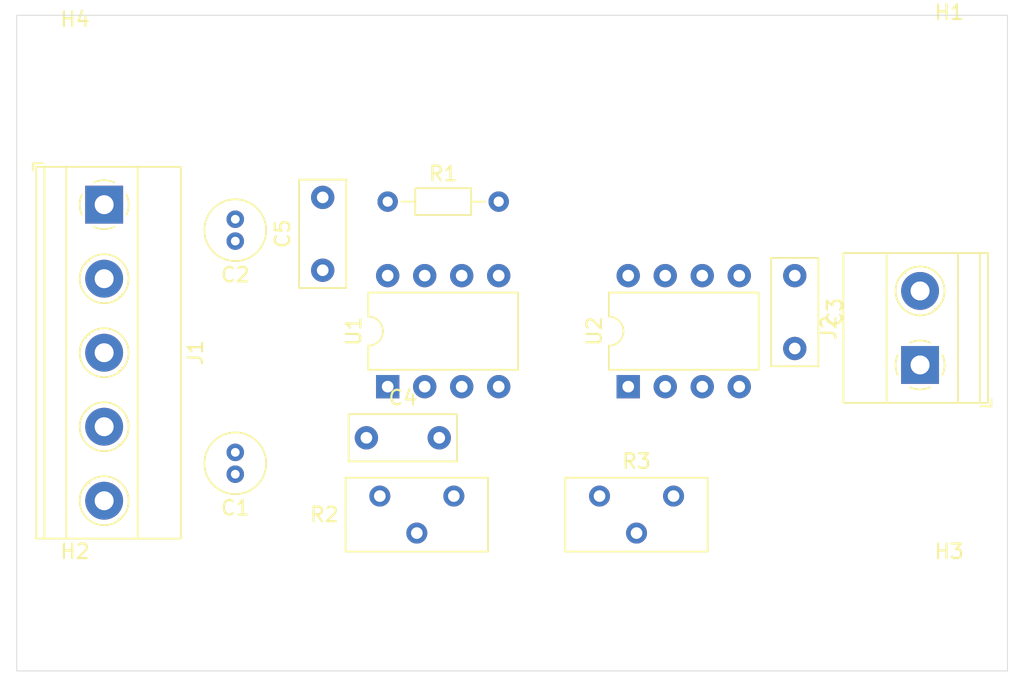
<source format=kicad_pcb>
(kicad_pcb (version 20171130) (host pcbnew "(5.1.9)-1")

  (general
    (thickness 1.6)
    (drawings 5)
    (tracks 0)
    (zones 0)
    (modules 16)
    (nets 1)
  )

  (page A4)
  (layers
    (0 F.Cu signal)
    (31 B.Cu signal)
    (32 B.Adhes user)
    (33 F.Adhes user)
    (34 B.Paste user)
    (35 F.Paste user)
    (36 B.SilkS user)
    (37 F.SilkS user)
    (38 B.Mask user)
    (39 F.Mask user)
    (40 Dwgs.User user)
    (41 Cmts.User user)
    (42 Eco1.User user)
    (43 Eco2.User user)
    (44 Edge.Cuts user)
    (45 Margin user)
    (46 B.CrtYd user)
    (47 F.CrtYd user)
    (48 B.Fab user)
    (49 F.Fab user)
  )

  (setup
    (last_trace_width 0.25)
    (trace_clearance 0.2)
    (zone_clearance 0.508)
    (zone_45_only no)
    (trace_min 0.2)
    (via_size 0.8)
    (via_drill 0.4)
    (via_min_size 0.4)
    (via_min_drill 0.3)
    (uvia_size 0.3)
    (uvia_drill 0.1)
    (uvias_allowed no)
    (uvia_min_size 0.2)
    (uvia_min_drill 0.1)
    (edge_width 0.05)
    (segment_width 0.2)
    (pcb_text_width 0.3)
    (pcb_text_size 1.5 1.5)
    (mod_edge_width 0.12)
    (mod_text_size 1 1)
    (mod_text_width 0.15)
    (pad_size 1.524 1.524)
    (pad_drill 0.762)
    (pad_to_mask_clearance 0)
    (aux_axis_origin 0 0)
    (visible_elements 7FFFFFFF)
    (pcbplotparams
      (layerselection 0x010fc_ffffffff)
      (usegerberextensions false)
      (usegerberattributes true)
      (usegerberadvancedattributes true)
      (creategerberjobfile true)
      (excludeedgelayer true)
      (linewidth 0.100000)
      (plotframeref false)
      (viasonmask false)
      (mode 1)
      (useauxorigin false)
      (hpglpennumber 1)
      (hpglpenspeed 20)
      (hpglpendiameter 15.000000)
      (psnegative false)
      (psa4output false)
      (plotreference true)
      (plotvalue true)
      (plotinvisibletext false)
      (padsonsilk false)
      (subtractmaskfromsilk false)
      (outputformat 1)
      (mirror false)
      (drillshape 1)
      (scaleselection 1)
      (outputdirectory ""))
  )

  (net 0 "")

  (net_class Default "This is the default net class."
    (clearance 0.2)
    (trace_width 0.25)
    (via_dia 0.8)
    (via_drill 0.4)
    (uvia_dia 0.3)
    (uvia_drill 0.1)
  )

  (module Capacitor_THT:C_Radial_D4.0mm_H7.0mm_P1.50mm (layer F.Cu) (tedit 5BC5C9B9) (tstamp 60107802)
    (at 118 124 270)
    (descr "C, Radial series, Radial, pin pitch=1.50mm, diameter=4mm, height=7mm, Non-Polar Electrolytic Capacitor")
    (tags "C Radial series Radial pin pitch 1.50mm diameter 4mm height 7mm Non-Polar Electrolytic Capacitor")
    (path /60103092)
    (fp_text reference C1 (at 3.81 0 180) (layer F.SilkS)
      (effects (font (size 1 1) (thickness 0.15)))
    )
    (fp_text value CP (at 0.75 3.25 90) (layer F.Fab)
      (effects (font (size 1 1) (thickness 0.15)))
    )
    (fp_circle (center 0.75 0) (end 3 0) (layer F.CrtYd) (width 0.05))
    (fp_circle (center 0.75 0) (end 2.87 0) (layer F.SilkS) (width 0.12))
    (fp_circle (center 0.75 0) (end 2.75 0) (layer F.Fab) (width 0.1))
    (fp_text user %R (at 0.75 0 90) (layer F.Fab)
      (effects (font (size 0.8 0.8) (thickness 0.12)))
    )
    (pad 2 thru_hole circle (at 1.5 0 270) (size 1.2 1.2) (drill 0.6) (layers *.Cu *.Mask))
    (pad 1 thru_hole circle (at 0 0 270) (size 1.2 1.2) (drill 0.6) (layers *.Cu *.Mask))
    (model ${KISYS3DMOD}/Capacitor_THT.3dshapes/C_Radial_D4.0mm_H7.0mm_P1.50mm.wrl
      (at (xyz 0 0 0))
      (scale (xyz 1 1 1))
      (rotate (xyz 0 0 0))
    )
  )

  (module Capacitor_THT:C_Radial_D4.0mm_H7.0mm_P1.50mm (layer F.Cu) (tedit 5BC5C9B9) (tstamp 6010780C)
    (at 118 108 270)
    (descr "C, Radial series, Radial, pin pitch=1.50mm, diameter=4mm, height=7mm, Non-Polar Electrolytic Capacitor")
    (tags "C Radial series Radial pin pitch 1.50mm diameter 4mm height 7mm Non-Polar Electrolytic Capacitor")
    (path /6010292E)
    (fp_text reference C2 (at 3.81 0 180) (layer F.SilkS)
      (effects (font (size 1 1) (thickness 0.15)))
    )
    (fp_text value CP (at 0.75 3.25 90) (layer F.Fab)
      (effects (font (size 1 1) (thickness 0.15)))
    )
    (fp_circle (center 0.75 0) (end 2.75 0) (layer F.Fab) (width 0.1))
    (fp_circle (center 0.75 0) (end 2.87 0) (layer F.SilkS) (width 0.12))
    (fp_circle (center 0.75 0) (end 3 0) (layer F.CrtYd) (width 0.05))
    (fp_text user %R (at 0.75 0 90) (layer F.Fab)
      (effects (font (size 0.8 0.8) (thickness 0.12)))
    )
    (pad 1 thru_hole circle (at 0 0 270) (size 1.2 1.2) (drill 0.6) (layers *.Cu *.Mask))
    (pad 2 thru_hole circle (at 1.5 0 270) (size 1.2 1.2) (drill 0.6) (layers *.Cu *.Mask))
    (model ${KISYS3DMOD}/Capacitor_THT.3dshapes/C_Radial_D4.0mm_H7.0mm_P1.50mm.wrl
      (at (xyz 0 0 0))
      (scale (xyz 1 1 1))
      (rotate (xyz 0 0 0))
    )
  )

  (module Resistor_THT:R_Axial_DIN0204_L3.6mm_D1.6mm_P7.62mm_Horizontal (layer F.Cu) (tedit 5AE5139B) (tstamp 601078B1)
    (at 128.46 106.79)
    (descr "Resistor, Axial_DIN0204 series, Axial, Horizontal, pin pitch=7.62mm, 0.167W, length*diameter=3.6*1.6mm^2, http://cdn-reichelt.de/documents/datenblatt/B400/1_4W%23YAG.pdf")
    (tags "Resistor Axial_DIN0204 series Axial Horizontal pin pitch 7.62mm 0.167W length 3.6mm diameter 1.6mm")
    (path /6010A1D5)
    (fp_text reference R1 (at 3.81 -1.92) (layer F.SilkS)
      (effects (font (size 1 1) (thickness 0.15)))
    )
    (fp_text value R (at 3.81 1.92) (layer F.Fab)
      (effects (font (size 1 1) (thickness 0.15)))
    )
    (fp_line (start 2.01 -0.8) (end 2.01 0.8) (layer F.Fab) (width 0.1))
    (fp_line (start 2.01 0.8) (end 5.61 0.8) (layer F.Fab) (width 0.1))
    (fp_line (start 5.61 0.8) (end 5.61 -0.8) (layer F.Fab) (width 0.1))
    (fp_line (start 5.61 -0.8) (end 2.01 -0.8) (layer F.Fab) (width 0.1))
    (fp_line (start 0 0) (end 2.01 0) (layer F.Fab) (width 0.1))
    (fp_line (start 7.62 0) (end 5.61 0) (layer F.Fab) (width 0.1))
    (fp_line (start 1.89 -0.92) (end 1.89 0.92) (layer F.SilkS) (width 0.12))
    (fp_line (start 1.89 0.92) (end 5.73 0.92) (layer F.SilkS) (width 0.12))
    (fp_line (start 5.73 0.92) (end 5.73 -0.92) (layer F.SilkS) (width 0.12))
    (fp_line (start 5.73 -0.92) (end 1.89 -0.92) (layer F.SilkS) (width 0.12))
    (fp_line (start 0.94 0) (end 1.89 0) (layer F.SilkS) (width 0.12))
    (fp_line (start 6.68 0) (end 5.73 0) (layer F.SilkS) (width 0.12))
    (fp_line (start -0.95 -1.05) (end -0.95 1.05) (layer F.CrtYd) (width 0.05))
    (fp_line (start -0.95 1.05) (end 8.57 1.05) (layer F.CrtYd) (width 0.05))
    (fp_line (start 8.57 1.05) (end 8.57 -1.05) (layer F.CrtYd) (width 0.05))
    (fp_line (start 8.57 -1.05) (end -0.95 -1.05) (layer F.CrtYd) (width 0.05))
    (fp_text user %R (at 3.81 0) (layer F.Fab)
      (effects (font (size 0.72 0.72) (thickness 0.108)))
    )
    (pad 1 thru_hole circle (at 0 0) (size 1.4 1.4) (drill 0.7) (layers *.Cu *.Mask))
    (pad 2 thru_hole oval (at 7.62 0) (size 1.4 1.4) (drill 0.7) (layers *.Cu *.Mask))
    (model ${KISYS3DMOD}/Resistor_THT.3dshapes/R_Axial_DIN0204_L3.6mm_D1.6mm_P7.62mm_Horizontal.wrl
      (at (xyz 0 0 0))
      (scale (xyz 1 1 1))
      (rotate (xyz 0 0 0))
    )
  )

  (module Potentiometer_THT:Potentiometer_Bourns_3296Y_Vertical (layer F.Cu) (tedit 5A3D4994) (tstamp 601078C8)
    (at 133 127)
    (descr "Potentiometer, vertical, Bourns 3296Y, https://www.bourns.com/pdfs/3296.pdf")
    (tags "Potentiometer vertical Bourns 3296Y")
    (path /6010634C)
    (fp_text reference R2 (at -8.89 1.27) (layer F.SilkS)
      (effects (font (size 1 1) (thickness 0.15)))
    )
    (fp_text value R_POT_US (at -2.54 4.94) (layer F.Fab)
      (effects (font (size 1 1) (thickness 0.15)))
    )
    (fp_line (start 2.5 -1.4) (end -7.6 -1.4) (layer F.CrtYd) (width 0.05))
    (fp_line (start 2.5 3.95) (end 2.5 -1.4) (layer F.CrtYd) (width 0.05))
    (fp_line (start -7.6 3.95) (end 2.5 3.95) (layer F.CrtYd) (width 0.05))
    (fp_line (start -7.6 -1.4) (end -7.6 3.95) (layer F.CrtYd) (width 0.05))
    (fp_line (start 2.345 -1.26) (end 2.345 3.81) (layer F.SilkS) (width 0.12))
    (fp_line (start -7.425 -1.26) (end -7.425 3.81) (layer F.SilkS) (width 0.12))
    (fp_line (start -7.425 3.81) (end 2.345 3.81) (layer F.SilkS) (width 0.12))
    (fp_line (start -7.425 -1.26) (end 2.345 -1.26) (layer F.SilkS) (width 0.12))
    (fp_line (start 0.955 3.505) (end 0.956 1.336) (layer F.Fab) (width 0.1))
    (fp_line (start 0.955 3.505) (end 0.956 1.336) (layer F.Fab) (width 0.1))
    (fp_line (start 2.225 -1.14) (end -7.305 -1.14) (layer F.Fab) (width 0.1))
    (fp_line (start 2.225 3.69) (end 2.225 -1.14) (layer F.Fab) (width 0.1))
    (fp_line (start -7.305 3.69) (end 2.225 3.69) (layer F.Fab) (width 0.1))
    (fp_line (start -7.305 -1.14) (end -7.305 3.69) (layer F.Fab) (width 0.1))
    (fp_circle (center 0.955 2.42) (end 2.05 2.42) (layer F.Fab) (width 0.1))
    (fp_text user %R (at -3.175 1.275) (layer F.Fab)
      (effects (font (size 1 1) (thickness 0.15)))
    )
    (pad 3 thru_hole circle (at -5.08 0) (size 1.44 1.44) (drill 0.8) (layers *.Cu *.Mask))
    (pad 2 thru_hole circle (at -2.54 2.54) (size 1.44 1.44) (drill 0.8) (layers *.Cu *.Mask))
    (pad 1 thru_hole circle (at 0 0) (size 1.44 1.44) (drill 0.8) (layers *.Cu *.Mask))
    (model ${KISYS3DMOD}/Potentiometer_THT.3dshapes/Potentiometer_Bourns_3296Y_Vertical.wrl
      (at (xyz 0 0 0))
      (scale (xyz 1 1 1))
      (rotate (xyz 0 0 0))
    )
  )

  (module Potentiometer_THT:Potentiometer_Bourns_3296Y_Vertical (layer F.Cu) (tedit 5A3D4994) (tstamp 6018513C)
    (at 148.08 127)
    (descr "Potentiometer, vertical, Bourns 3296Y, https://www.bourns.com/pdfs/3296.pdf")
    (tags "Potentiometer vertical Bourns 3296Y")
    (path /60103940)
    (fp_text reference R3 (at -2.54 -2.39) (layer F.SilkS)
      (effects (font (size 1 1) (thickness 0.15)))
    )
    (fp_text value R_POT_US (at -2.54 4.94) (layer F.Fab)
      (effects (font (size 1 1) (thickness 0.15)))
    )
    (fp_circle (center 0.955 2.42) (end 2.05 2.42) (layer F.Fab) (width 0.1))
    (fp_line (start -7.305 -1.14) (end -7.305 3.69) (layer F.Fab) (width 0.1))
    (fp_line (start -7.305 3.69) (end 2.225 3.69) (layer F.Fab) (width 0.1))
    (fp_line (start 2.225 3.69) (end 2.225 -1.14) (layer F.Fab) (width 0.1))
    (fp_line (start 2.225 -1.14) (end -7.305 -1.14) (layer F.Fab) (width 0.1))
    (fp_line (start 0.955 3.505) (end 0.956 1.336) (layer F.Fab) (width 0.1))
    (fp_line (start 0.955 3.505) (end 0.956 1.336) (layer F.Fab) (width 0.1))
    (fp_line (start -7.425 -1.26) (end 2.345 -1.26) (layer F.SilkS) (width 0.12))
    (fp_line (start -7.425 3.81) (end 2.345 3.81) (layer F.SilkS) (width 0.12))
    (fp_line (start -7.425 -1.26) (end -7.425 3.81) (layer F.SilkS) (width 0.12))
    (fp_line (start 2.345 -1.26) (end 2.345 3.81) (layer F.SilkS) (width 0.12))
    (fp_line (start -7.6 -1.4) (end -7.6 3.95) (layer F.CrtYd) (width 0.05))
    (fp_line (start -7.6 3.95) (end 2.5 3.95) (layer F.CrtYd) (width 0.05))
    (fp_line (start 2.5 3.95) (end 2.5 -1.4) (layer F.CrtYd) (width 0.05))
    (fp_line (start 2.5 -1.4) (end -7.6 -1.4) (layer F.CrtYd) (width 0.05))
    (fp_text user %R (at -3.175 1.275) (layer F.Fab)
      (effects (font (size 1 1) (thickness 0.15)))
    )
    (pad 1 thru_hole circle (at 0 0) (size 1.44 1.44) (drill 0.8) (layers *.Cu *.Mask))
    (pad 2 thru_hole circle (at -2.54 2.54) (size 1.44 1.44) (drill 0.8) (layers *.Cu *.Mask))
    (pad 3 thru_hole circle (at -5.08 0) (size 1.44 1.44) (drill 0.8) (layers *.Cu *.Mask))
    (model ${KISYS3DMOD}/Potentiometer_THT.3dshapes/Potentiometer_Bourns_3296Y_Vertical.wrl
      (at (xyz 0 0 0))
      (scale (xyz 1 1 1))
      (rotate (xyz 0 0 0))
    )
  )

  (module Package_DIP:DIP-8_W7.62mm (layer F.Cu) (tedit 5A02E8C5) (tstamp 601078FB)
    (at 128.46 119.49 90)
    (descr "8-lead though-hole mounted DIP package, row spacing 7.62 mm (300 mils)")
    (tags "THT DIP DIL PDIP 2.54mm 7.62mm 300mil")
    (path /60104583)
    (fp_text reference U1 (at 3.81 -2.33 90) (layer F.SilkS)
      (effects (font (size 1 1) (thickness 0.15)))
    )
    (fp_text value LF398_DIP8 (at 3.81 9.95 90) (layer F.Fab)
      (effects (font (size 1 1) (thickness 0.15)))
    )
    (fp_line (start 1.635 -1.27) (end 6.985 -1.27) (layer F.Fab) (width 0.1))
    (fp_line (start 6.985 -1.27) (end 6.985 8.89) (layer F.Fab) (width 0.1))
    (fp_line (start 6.985 8.89) (end 0.635 8.89) (layer F.Fab) (width 0.1))
    (fp_line (start 0.635 8.89) (end 0.635 -0.27) (layer F.Fab) (width 0.1))
    (fp_line (start 0.635 -0.27) (end 1.635 -1.27) (layer F.Fab) (width 0.1))
    (fp_line (start 2.81 -1.33) (end 1.16 -1.33) (layer F.SilkS) (width 0.12))
    (fp_line (start 1.16 -1.33) (end 1.16 8.95) (layer F.SilkS) (width 0.12))
    (fp_line (start 1.16 8.95) (end 6.46 8.95) (layer F.SilkS) (width 0.12))
    (fp_line (start 6.46 8.95) (end 6.46 -1.33) (layer F.SilkS) (width 0.12))
    (fp_line (start 6.46 -1.33) (end 4.81 -1.33) (layer F.SilkS) (width 0.12))
    (fp_line (start -1.1 -1.55) (end -1.1 9.15) (layer F.CrtYd) (width 0.05))
    (fp_line (start -1.1 9.15) (end 8.7 9.15) (layer F.CrtYd) (width 0.05))
    (fp_line (start 8.7 9.15) (end 8.7 -1.55) (layer F.CrtYd) (width 0.05))
    (fp_line (start 8.7 -1.55) (end -1.1 -1.55) (layer F.CrtYd) (width 0.05))
    (fp_arc (start 3.81 -1.33) (end 2.81 -1.33) (angle -180) (layer F.SilkS) (width 0.12))
    (fp_text user %R (at 3.81 3.81 90) (layer F.Fab)
      (effects (font (size 1 1) (thickness 0.15)))
    )
    (pad 1 thru_hole rect (at 0 0 90) (size 1.6 1.6) (drill 0.8) (layers *.Cu *.Mask))
    (pad 5 thru_hole oval (at 7.62 7.62 90) (size 1.6 1.6) (drill 0.8) (layers *.Cu *.Mask))
    (pad 2 thru_hole oval (at 0 2.54 90) (size 1.6 1.6) (drill 0.8) (layers *.Cu *.Mask))
    (pad 6 thru_hole oval (at 7.62 5.08 90) (size 1.6 1.6) (drill 0.8) (layers *.Cu *.Mask))
    (pad 3 thru_hole oval (at 0 5.08 90) (size 1.6 1.6) (drill 0.8) (layers *.Cu *.Mask))
    (pad 7 thru_hole oval (at 7.62 2.54 90) (size 1.6 1.6) (drill 0.8) (layers *.Cu *.Mask))
    (pad 4 thru_hole oval (at 0 7.62 90) (size 1.6 1.6) (drill 0.8) (layers *.Cu *.Mask))
    (pad 8 thru_hole oval (at 7.62 0 90) (size 1.6 1.6) (drill 0.8) (layers *.Cu *.Mask))
    (model ${KISYS3DMOD}/Package_DIP.3dshapes/DIP-8_W7.62mm.wrl
      (at (xyz 0 0 0))
      (scale (xyz 1 1 1))
      (rotate (xyz 0 0 0))
    )
  )

  (module Package_DIP:DIP-8_W7.62mm (layer F.Cu) (tedit 5A02E8C5) (tstamp 60107917)
    (at 144.97 119.49 90)
    (descr "8-lead though-hole mounted DIP package, row spacing 7.62 mm (300 mils)")
    (tags "THT DIP DIL PDIP 2.54mm 7.62mm 300mil")
    (path /60106B59)
    (fp_text reference U2 (at 3.81 -2.33 90) (layer F.SilkS)
      (effects (font (size 1 1) (thickness 0.15)))
    )
    (fp_text value LM358 (at 3.81 9.95 90) (layer F.Fab)
      (effects (font (size 1 1) (thickness 0.15)))
    )
    (fp_line (start 8.7 -1.55) (end -1.1 -1.55) (layer F.CrtYd) (width 0.05))
    (fp_line (start 8.7 9.15) (end 8.7 -1.55) (layer F.CrtYd) (width 0.05))
    (fp_line (start -1.1 9.15) (end 8.7 9.15) (layer F.CrtYd) (width 0.05))
    (fp_line (start -1.1 -1.55) (end -1.1 9.15) (layer F.CrtYd) (width 0.05))
    (fp_line (start 6.46 -1.33) (end 4.81 -1.33) (layer F.SilkS) (width 0.12))
    (fp_line (start 6.46 8.95) (end 6.46 -1.33) (layer F.SilkS) (width 0.12))
    (fp_line (start 1.16 8.95) (end 6.46 8.95) (layer F.SilkS) (width 0.12))
    (fp_line (start 1.16 -1.33) (end 1.16 8.95) (layer F.SilkS) (width 0.12))
    (fp_line (start 2.81 -1.33) (end 1.16 -1.33) (layer F.SilkS) (width 0.12))
    (fp_line (start 0.635 -0.27) (end 1.635 -1.27) (layer F.Fab) (width 0.1))
    (fp_line (start 0.635 8.89) (end 0.635 -0.27) (layer F.Fab) (width 0.1))
    (fp_line (start 6.985 8.89) (end 0.635 8.89) (layer F.Fab) (width 0.1))
    (fp_line (start 6.985 -1.27) (end 6.985 8.89) (layer F.Fab) (width 0.1))
    (fp_line (start 1.635 -1.27) (end 6.985 -1.27) (layer F.Fab) (width 0.1))
    (fp_text user %R (at 2.54 3.81 90) (layer F.Fab)
      (effects (font (size 1 1) (thickness 0.15)))
    )
    (fp_arc (start 3.81 -1.33) (end 2.81 -1.33) (angle -180) (layer F.SilkS) (width 0.12))
    (pad 8 thru_hole oval (at 7.62 0 90) (size 1.6 1.6) (drill 0.8) (layers *.Cu *.Mask))
    (pad 4 thru_hole oval (at 0 7.62 90) (size 1.6 1.6) (drill 0.8) (layers *.Cu *.Mask))
    (pad 7 thru_hole oval (at 7.62 2.54 90) (size 1.6 1.6) (drill 0.8) (layers *.Cu *.Mask))
    (pad 3 thru_hole oval (at 0 5.08 90) (size 1.6 1.6) (drill 0.8) (layers *.Cu *.Mask))
    (pad 6 thru_hole oval (at 7.62 5.08 90) (size 1.6 1.6) (drill 0.8) (layers *.Cu *.Mask))
    (pad 2 thru_hole oval (at 0 2.54 90) (size 1.6 1.6) (drill 0.8) (layers *.Cu *.Mask))
    (pad 5 thru_hole oval (at 7.62 7.62 90) (size 1.6 1.6) (drill 0.8) (layers *.Cu *.Mask))
    (pad 1 thru_hole rect (at 0 0 90) (size 1.6 1.6) (drill 0.8) (layers *.Cu *.Mask))
    (model ${KISYS3DMOD}/Package_DIP.3dshapes/DIP-8_W7.62mm.wrl
      (at (xyz 0 0 0))
      (scale (xyz 1 1 1))
      (rotate (xyz 0 0 0))
    )
  )

  (module MountingHole:MountingHole_3.2mm_M3 (layer F.Cu) (tedit 56D1B4CB) (tstamp 60184B4F)
    (at 167 98)
    (descr "Mounting Hole 3.2mm, no annular, M3")
    (tags "mounting hole 3.2mm no annular m3")
    (path /60184FDD)
    (attr virtual)
    (fp_text reference H1 (at 0 -4.2) (layer F.SilkS)
      (effects (font (size 1 1) (thickness 0.15)))
    )
    (fp_text value MountingHole (at 0 4.2) (layer F.Fab)
      (effects (font (size 1 1) (thickness 0.15)))
    )
    (fp_circle (center 0 0) (end 3.2 0) (layer Cmts.User) (width 0.15))
    (fp_circle (center 0 0) (end 3.45 0) (layer F.CrtYd) (width 0.05))
    (fp_text user %R (at 0.3 0) (layer F.Fab)
      (effects (font (size 1 1) (thickness 0.15)))
    )
    (pad 1 np_thru_hole circle (at 0 0) (size 3.2 3.2) (drill 3.2) (layers *.Cu *.Mask))
  )

  (module MountingHole:MountingHole_3.2mm_M3 (layer F.Cu) (tedit 56D1B4CB) (tstamp 60184B57)
    (at 107 135)
    (descr "Mounting Hole 3.2mm, no annular, M3")
    (tags "mounting hole 3.2mm no annular m3")
    (path /60185E7D)
    (attr virtual)
    (fp_text reference H2 (at 0 -4.2) (layer F.SilkS)
      (effects (font (size 1 1) (thickness 0.15)))
    )
    (fp_text value MountingHole (at 0 4.2) (layer F.Fab)
      (effects (font (size 1 1) (thickness 0.15)))
    )
    (fp_circle (center 0 0) (end 3.45 0) (layer F.CrtYd) (width 0.05))
    (fp_circle (center 0 0) (end 3.2 0) (layer Cmts.User) (width 0.15))
    (fp_text user %R (at 0.3 0) (layer F.Fab)
      (effects (font (size 1 1) (thickness 0.15)))
    )
    (pad 1 np_thru_hole circle (at 0 0) (size 3.2 3.2) (drill 3.2) (layers *.Cu *.Mask))
  )

  (module MountingHole:MountingHole_3.2mm_M3 (layer F.Cu) (tedit 56D1B4CB) (tstamp 60184B5F)
    (at 167 135)
    (descr "Mounting Hole 3.2mm, no annular, M3")
    (tags "mounting hole 3.2mm no annular m3")
    (path /601860DE)
    (attr virtual)
    (fp_text reference H3 (at 0 -4.2) (layer F.SilkS)
      (effects (font (size 1 1) (thickness 0.15)))
    )
    (fp_text value MountingHole (at 0 4.2) (layer F.Fab)
      (effects (font (size 1 1) (thickness 0.15)))
    )
    (fp_circle (center 0 0) (end 3.2 0) (layer Cmts.User) (width 0.15))
    (fp_circle (center 0 0) (end 3.45 0) (layer F.CrtYd) (width 0.05))
    (fp_text user %R (at 0.3 0) (layer F.Fab)
      (effects (font (size 1 1) (thickness 0.15)))
    )
    (pad 1 np_thru_hole circle (at 0 0) (size 3.2 3.2) (drill 3.2) (layers *.Cu *.Mask))
  )

  (module MountingHole:MountingHole_3.2mm_M3 (layer F.Cu) (tedit 56D1B4CB) (tstamp 60184B67)
    (at 107 98.475001)
    (descr "Mounting Hole 3.2mm, no annular, M3")
    (tags "mounting hole 3.2mm no annular m3")
    (path /60186271)
    (attr virtual)
    (fp_text reference H4 (at 0 -4.2) (layer F.SilkS)
      (effects (font (size 1 1) (thickness 0.15)))
    )
    (fp_text value MountingHole (at 0 4.2) (layer F.Fab)
      (effects (font (size 1 1) (thickness 0.15)))
    )
    (fp_circle (center 0 0) (end 3.45 0) (layer F.CrtYd) (width 0.05))
    (fp_circle (center 0 0) (end 3.2 0) (layer Cmts.User) (width 0.15))
    (fp_text user %R (at 0.3 0) (layer F.Fab)
      (effects (font (size 1 1) (thickness 0.15)))
    )
    (pad 1 np_thru_hole circle (at 0 0) (size 3.2 3.2) (drill 3.2) (layers *.Cu *.Mask))
  )

  (module TerminalBlock_Phoenix:TerminalBlock_Phoenix_MKDS-1,5-5-5.08_1x05_P5.08mm_Horizontal (layer F.Cu) (tedit 5B294EBD) (tstamp 60184BAE)
    (at 109 107 270)
    (descr "Terminal Block Phoenix MKDS-1,5-5-5.08, 5 pins, pitch 5.08mm, size 25.4x9.8mm^2, drill diamater 1.3mm, pad diameter 2.6mm, see http://www.farnell.com/datasheets/100425.pdf, script-generated using https://github.com/pointhi/kicad-footprint-generator/scripts/TerminalBlock_Phoenix")
    (tags "THT Terminal Block Phoenix MKDS-1,5-5-5.08 pitch 5.08mm size 25.4x9.8mm^2 drill 1.3mm pad 2.6mm")
    (path /60186683)
    (fp_text reference J1 (at 10.16 -6.26 90) (layer F.SilkS)
      (effects (font (size 1 1) (thickness 0.15)))
    )
    (fp_text value Screw_Terminal_01x05 (at 10.16 5.66 90) (layer F.Fab)
      (effects (font (size 1 1) (thickness 0.15)))
    )
    (fp_circle (center 0 0) (end 1.5 0) (layer F.Fab) (width 0.1))
    (fp_circle (center 5.08 0) (end 6.58 0) (layer F.Fab) (width 0.1))
    (fp_circle (center 5.08 0) (end 6.76 0) (layer F.SilkS) (width 0.12))
    (fp_circle (center 10.16 0) (end 11.66 0) (layer F.Fab) (width 0.1))
    (fp_circle (center 10.16 0) (end 11.84 0) (layer F.SilkS) (width 0.12))
    (fp_circle (center 15.24 0) (end 16.74 0) (layer F.Fab) (width 0.1))
    (fp_circle (center 15.24 0) (end 16.92 0) (layer F.SilkS) (width 0.12))
    (fp_circle (center 20.32 0) (end 21.82 0) (layer F.Fab) (width 0.1))
    (fp_circle (center 20.32 0) (end 22 0) (layer F.SilkS) (width 0.12))
    (fp_line (start -2.54 -5.2) (end 22.86 -5.2) (layer F.Fab) (width 0.1))
    (fp_line (start 22.86 -5.2) (end 22.86 4.6) (layer F.Fab) (width 0.1))
    (fp_line (start 22.86 4.6) (end -2.04 4.6) (layer F.Fab) (width 0.1))
    (fp_line (start -2.04 4.6) (end -2.54 4.1) (layer F.Fab) (width 0.1))
    (fp_line (start -2.54 4.1) (end -2.54 -5.2) (layer F.Fab) (width 0.1))
    (fp_line (start -2.54 4.1) (end 22.86 4.1) (layer F.Fab) (width 0.1))
    (fp_line (start -2.6 4.1) (end 22.92 4.1) (layer F.SilkS) (width 0.12))
    (fp_line (start -2.54 2.6) (end 22.86 2.6) (layer F.Fab) (width 0.1))
    (fp_line (start -2.6 2.6) (end 22.92 2.6) (layer F.SilkS) (width 0.12))
    (fp_line (start -2.54 -2.3) (end 22.86 -2.3) (layer F.Fab) (width 0.1))
    (fp_line (start -2.6 -2.301) (end 22.92 -2.301) (layer F.SilkS) (width 0.12))
    (fp_line (start -2.6 -5.261) (end 22.92 -5.261) (layer F.SilkS) (width 0.12))
    (fp_line (start -2.6 4.66) (end 22.92 4.66) (layer F.SilkS) (width 0.12))
    (fp_line (start -2.6 -5.261) (end -2.6 4.66) (layer F.SilkS) (width 0.12))
    (fp_line (start 22.92 -5.261) (end 22.92 4.66) (layer F.SilkS) (width 0.12))
    (fp_line (start 1.138 -0.955) (end -0.955 1.138) (layer F.Fab) (width 0.1))
    (fp_line (start 0.955 -1.138) (end -1.138 0.955) (layer F.Fab) (width 0.1))
    (fp_line (start 6.218 -0.955) (end 4.126 1.138) (layer F.Fab) (width 0.1))
    (fp_line (start 6.035 -1.138) (end 3.943 0.955) (layer F.Fab) (width 0.1))
    (fp_line (start 6.355 -1.069) (end 6.308 -1.023) (layer F.SilkS) (width 0.12))
    (fp_line (start 4.046 1.239) (end 4.011 1.274) (layer F.SilkS) (width 0.12))
    (fp_line (start 6.15 -1.275) (end 6.115 -1.239) (layer F.SilkS) (width 0.12))
    (fp_line (start 3.853 1.023) (end 3.806 1.069) (layer F.SilkS) (width 0.12))
    (fp_line (start 11.298 -0.955) (end 9.206 1.138) (layer F.Fab) (width 0.1))
    (fp_line (start 11.115 -1.138) (end 9.023 0.955) (layer F.Fab) (width 0.1))
    (fp_line (start 11.435 -1.069) (end 11.388 -1.023) (layer F.SilkS) (width 0.12))
    (fp_line (start 9.126 1.239) (end 9.091 1.274) (layer F.SilkS) (width 0.12))
    (fp_line (start 11.23 -1.275) (end 11.195 -1.239) (layer F.SilkS) (width 0.12))
    (fp_line (start 8.933 1.023) (end 8.886 1.069) (layer F.SilkS) (width 0.12))
    (fp_line (start 16.378 -0.955) (end 14.286 1.138) (layer F.Fab) (width 0.1))
    (fp_line (start 16.195 -1.138) (end 14.103 0.955) (layer F.Fab) (width 0.1))
    (fp_line (start 16.515 -1.069) (end 16.468 -1.023) (layer F.SilkS) (width 0.12))
    (fp_line (start 14.206 1.239) (end 14.171 1.274) (layer F.SilkS) (width 0.12))
    (fp_line (start 16.31 -1.275) (end 16.275 -1.239) (layer F.SilkS) (width 0.12))
    (fp_line (start 14.013 1.023) (end 13.966 1.069) (layer F.SilkS) (width 0.12))
    (fp_line (start 21.458 -0.955) (end 19.366 1.138) (layer F.Fab) (width 0.1))
    (fp_line (start 21.275 -1.138) (end 19.183 0.955) (layer F.Fab) (width 0.1))
    (fp_line (start 21.595 -1.069) (end 21.548 -1.023) (layer F.SilkS) (width 0.12))
    (fp_line (start 19.286 1.239) (end 19.251 1.274) (layer F.SilkS) (width 0.12))
    (fp_line (start 21.39 -1.275) (end 21.355 -1.239) (layer F.SilkS) (width 0.12))
    (fp_line (start 19.093 1.023) (end 19.046 1.069) (layer F.SilkS) (width 0.12))
    (fp_line (start -2.84 4.16) (end -2.84 4.9) (layer F.SilkS) (width 0.12))
    (fp_line (start -2.84 4.9) (end -2.34 4.9) (layer F.SilkS) (width 0.12))
    (fp_line (start -3.04 -5.71) (end -3.04 5.1) (layer F.CrtYd) (width 0.05))
    (fp_line (start -3.04 5.1) (end 23.36 5.1) (layer F.CrtYd) (width 0.05))
    (fp_line (start 23.36 5.1) (end 23.36 -5.71) (layer F.CrtYd) (width 0.05))
    (fp_line (start 23.36 -5.71) (end -3.04 -5.71) (layer F.CrtYd) (width 0.05))
    (fp_arc (start 0 0) (end 0 1.68) (angle -24) (layer F.SilkS) (width 0.12))
    (fp_arc (start 0 0) (end 1.535 0.684) (angle -48) (layer F.SilkS) (width 0.12))
    (fp_arc (start 0 0) (end 0.684 -1.535) (angle -48) (layer F.SilkS) (width 0.12))
    (fp_arc (start 0 0) (end -1.535 -0.684) (angle -48) (layer F.SilkS) (width 0.12))
    (fp_arc (start 0 0) (end -0.684 1.535) (angle -25) (layer F.SilkS) (width 0.12))
    (fp_text user %R (at 10.16 3.2 90) (layer F.Fab)
      (effects (font (size 1 1) (thickness 0.15)))
    )
    (pad 1 thru_hole rect (at 0 0 270) (size 2.6 2.6) (drill 1.3) (layers *.Cu *.Mask))
    (pad 2 thru_hole circle (at 5.08 0 270) (size 2.6 2.6) (drill 1.3) (layers *.Cu *.Mask))
    (pad 3 thru_hole circle (at 10.16 0 270) (size 2.6 2.6) (drill 1.3) (layers *.Cu *.Mask))
    (pad 4 thru_hole circle (at 15.24 0 270) (size 2.6 2.6) (drill 1.3) (layers *.Cu *.Mask))
    (pad 5 thru_hole circle (at 20.32 0 270) (size 2.6 2.6) (drill 1.3) (layers *.Cu *.Mask))
    (model ${KISYS3DMOD}/TerminalBlock_Phoenix.3dshapes/TerminalBlock_Phoenix_MKDS-1,5-5-5.08_1x05_P5.08mm_Horizontal.wrl
      (at (xyz 0 0 0))
      (scale (xyz 1 1 1))
      (rotate (xyz 0 0 0))
    )
  )

  (module TerminalBlock_Phoenix:TerminalBlock_Phoenix_MKDS-1,5-2-5.08_1x02_P5.08mm_Horizontal (layer F.Cu) (tedit 5B294EBC) (tstamp 60184BDA)
    (at 165 118 90)
    (descr "Terminal Block Phoenix MKDS-1,5-2-5.08, 2 pins, pitch 5.08mm, size 10.2x9.8mm^2, drill diamater 1.3mm, pad diameter 2.6mm, see http://www.farnell.com/datasheets/100425.pdf, script-generated using https://github.com/pointhi/kicad-footprint-generator/scripts/TerminalBlock_Phoenix")
    (tags "THT Terminal Block Phoenix MKDS-1,5-2-5.08 pitch 5.08mm size 10.2x9.8mm^2 drill 1.3mm pad 2.6mm")
    (path /60187B64)
    (fp_text reference J2 (at 2.54 -6.26 90) (layer F.SilkS)
      (effects (font (size 1 1) (thickness 0.15)))
    )
    (fp_text value Screw_Terminal_01x02 (at 2.54 5.66 90) (layer F.Fab)
      (effects (font (size 1 1) (thickness 0.15)))
    )
    (fp_circle (center 0 0) (end 1.5 0) (layer F.Fab) (width 0.1))
    (fp_circle (center 5.08 0) (end 6.58 0) (layer F.Fab) (width 0.1))
    (fp_circle (center 5.08 0) (end 6.76 0) (layer F.SilkS) (width 0.12))
    (fp_line (start -2.54 -5.2) (end 7.62 -5.2) (layer F.Fab) (width 0.1))
    (fp_line (start 7.62 -5.2) (end 7.62 4.6) (layer F.Fab) (width 0.1))
    (fp_line (start 7.62 4.6) (end -2.04 4.6) (layer F.Fab) (width 0.1))
    (fp_line (start -2.04 4.6) (end -2.54 4.1) (layer F.Fab) (width 0.1))
    (fp_line (start -2.54 4.1) (end -2.54 -5.2) (layer F.Fab) (width 0.1))
    (fp_line (start -2.54 4.1) (end 7.62 4.1) (layer F.Fab) (width 0.1))
    (fp_line (start -2.6 4.1) (end 7.68 4.1) (layer F.SilkS) (width 0.12))
    (fp_line (start -2.54 2.6) (end 7.62 2.6) (layer F.Fab) (width 0.1))
    (fp_line (start -2.6 2.6) (end 7.68 2.6) (layer F.SilkS) (width 0.12))
    (fp_line (start -2.54 -2.3) (end 7.62 -2.3) (layer F.Fab) (width 0.1))
    (fp_line (start -2.6 -2.301) (end 7.68 -2.301) (layer F.SilkS) (width 0.12))
    (fp_line (start -2.6 -5.261) (end 7.68 -5.261) (layer F.SilkS) (width 0.12))
    (fp_line (start -2.6 4.66) (end 7.68 4.66) (layer F.SilkS) (width 0.12))
    (fp_line (start -2.6 -5.261) (end -2.6 4.66) (layer F.SilkS) (width 0.12))
    (fp_line (start 7.68 -5.261) (end 7.68 4.66) (layer F.SilkS) (width 0.12))
    (fp_line (start 1.138 -0.955) (end -0.955 1.138) (layer F.Fab) (width 0.1))
    (fp_line (start 0.955 -1.138) (end -1.138 0.955) (layer F.Fab) (width 0.1))
    (fp_line (start 6.218 -0.955) (end 4.126 1.138) (layer F.Fab) (width 0.1))
    (fp_line (start 6.035 -1.138) (end 3.943 0.955) (layer F.Fab) (width 0.1))
    (fp_line (start 6.355 -1.069) (end 6.308 -1.023) (layer F.SilkS) (width 0.12))
    (fp_line (start 4.046 1.239) (end 4.011 1.274) (layer F.SilkS) (width 0.12))
    (fp_line (start 6.15 -1.275) (end 6.115 -1.239) (layer F.SilkS) (width 0.12))
    (fp_line (start 3.853 1.023) (end 3.806 1.069) (layer F.SilkS) (width 0.12))
    (fp_line (start -2.84 4.16) (end -2.84 4.9) (layer F.SilkS) (width 0.12))
    (fp_line (start -2.84 4.9) (end -2.34 4.9) (layer F.SilkS) (width 0.12))
    (fp_line (start -3.04 -5.71) (end -3.04 5.1) (layer F.CrtYd) (width 0.05))
    (fp_line (start -3.04 5.1) (end 8.13 5.1) (layer F.CrtYd) (width 0.05))
    (fp_line (start 8.13 5.1) (end 8.13 -5.71) (layer F.CrtYd) (width 0.05))
    (fp_line (start 8.13 -5.71) (end -3.04 -5.71) (layer F.CrtYd) (width 0.05))
    (fp_arc (start 0 0) (end 0 1.68) (angle -24) (layer F.SilkS) (width 0.12))
    (fp_arc (start 0 0) (end 1.535 0.684) (angle -48) (layer F.SilkS) (width 0.12))
    (fp_arc (start 0 0) (end 0.684 -1.535) (angle -48) (layer F.SilkS) (width 0.12))
    (fp_arc (start 0 0) (end -1.535 -0.684) (angle -48) (layer F.SilkS) (width 0.12))
    (fp_arc (start 0 0) (end -0.684 1.535) (angle -25) (layer F.SilkS) (width 0.12))
    (fp_text user %R (at 2.54 3.2 90) (layer F.Fab)
      (effects (font (size 1 1) (thickness 0.15)))
    )
    (pad 1 thru_hole rect (at 0 0 90) (size 2.6 2.6) (drill 1.3) (layers *.Cu *.Mask))
    (pad 2 thru_hole circle (at 5.08 0 90) (size 2.6 2.6) (drill 1.3) (layers *.Cu *.Mask))
    (model ${KISYS3DMOD}/TerminalBlock_Phoenix.3dshapes/TerminalBlock_Phoenix_MKDS-1,5-2-5.08_1x02_P5.08mm_Horizontal.wrl
      (at (xyz 0 0 0))
      (scale (xyz 1 1 1))
      (rotate (xyz 0 0 0))
    )
  )

  (module Capacitor_THT:C_Rect_L7.2mm_W3.0mm_P5.00mm_FKS2_FKP2_MKS2_MKP2 (layer F.Cu) (tedit 5AE50EF0) (tstamp 60187120)
    (at 156.4 111.87 270)
    (descr "C, Rect series, Radial, pin pitch=5.00mm, , length*width=7.2*3.0mm^2, Capacitor, http://www.wima.com/EN/WIMA_FKS_2.pdf")
    (tags "C Rect series Radial pin pitch 5.00mm  length 7.2mm width 3.0mm Capacitor")
    (path /60105E25)
    (fp_text reference C3 (at 2.5 -2.75 90) (layer F.SilkS)
      (effects (font (size 1 1) (thickness 0.15)))
    )
    (fp_text value C (at 2.5 2.75 90) (layer F.Fab)
      (effects (font (size 1 1) (thickness 0.15)))
    )
    (fp_line (start 6.35 -1.75) (end -1.35 -1.75) (layer F.CrtYd) (width 0.05))
    (fp_line (start 6.35 1.75) (end 6.35 -1.75) (layer F.CrtYd) (width 0.05))
    (fp_line (start -1.35 1.75) (end 6.35 1.75) (layer F.CrtYd) (width 0.05))
    (fp_line (start -1.35 -1.75) (end -1.35 1.75) (layer F.CrtYd) (width 0.05))
    (fp_line (start 6.22 -1.62) (end 6.22 1.62) (layer F.SilkS) (width 0.12))
    (fp_line (start -1.22 -1.62) (end -1.22 1.62) (layer F.SilkS) (width 0.12))
    (fp_line (start -1.22 1.62) (end 6.22 1.62) (layer F.SilkS) (width 0.12))
    (fp_line (start -1.22 -1.62) (end 6.22 -1.62) (layer F.SilkS) (width 0.12))
    (fp_line (start 6.1 -1.5) (end -1.1 -1.5) (layer F.Fab) (width 0.1))
    (fp_line (start 6.1 1.5) (end 6.1 -1.5) (layer F.Fab) (width 0.1))
    (fp_line (start -1.1 1.5) (end 6.1 1.5) (layer F.Fab) (width 0.1))
    (fp_line (start -1.1 -1.5) (end -1.1 1.5) (layer F.Fab) (width 0.1))
    (fp_text user %R (at 2.5 0 90) (layer F.Fab)
      (effects (font (size 1 1) (thickness 0.15)))
    )
    (pad 1 thru_hole circle (at 0 0 270) (size 1.6 1.6) (drill 0.8) (layers *.Cu *.Mask))
    (pad 2 thru_hole circle (at 5 0 270) (size 1.6 1.6) (drill 0.8) (layers *.Cu *.Mask))
    (model ${KISYS3DMOD}/Capacitor_THT.3dshapes/C_Rect_L7.2mm_W3.0mm_P5.00mm_FKS2_FKP2_MKS2_MKP2.wrl
      (at (xyz 0 0 0))
      (scale (xyz 1 1 1))
      (rotate (xyz 0 0 0))
    )
  )

  (module Capacitor_THT:C_Rect_L7.2mm_W3.0mm_P5.00mm_FKS2_FKP2_MKS2_MKP2 (layer F.Cu) (tedit 5AE50EF0) (tstamp 60187132)
    (at 127 123)
    (descr "C, Rect series, Radial, pin pitch=5.00mm, , length*width=7.2*3.0mm^2, Capacitor, http://www.wima.com/EN/WIMA_FKS_2.pdf")
    (tags "C Rect series Radial pin pitch 5.00mm  length 7.2mm width 3.0mm Capacitor")
    (path /60105470)
    (fp_text reference C4 (at 2.5 -2.75) (layer F.SilkS)
      (effects (font (size 1 1) (thickness 0.15)))
    )
    (fp_text value C (at 2.5 2.75) (layer F.Fab)
      (effects (font (size 1 1) (thickness 0.15)))
    )
    (fp_text user %R (at 2.5 0) (layer F.Fab)
      (effects (font (size 1 1) (thickness 0.15)))
    )
    (fp_line (start -1.1 -1.5) (end -1.1 1.5) (layer F.Fab) (width 0.1))
    (fp_line (start -1.1 1.5) (end 6.1 1.5) (layer F.Fab) (width 0.1))
    (fp_line (start 6.1 1.5) (end 6.1 -1.5) (layer F.Fab) (width 0.1))
    (fp_line (start 6.1 -1.5) (end -1.1 -1.5) (layer F.Fab) (width 0.1))
    (fp_line (start -1.22 -1.62) (end 6.22 -1.62) (layer F.SilkS) (width 0.12))
    (fp_line (start -1.22 1.62) (end 6.22 1.62) (layer F.SilkS) (width 0.12))
    (fp_line (start -1.22 -1.62) (end -1.22 1.62) (layer F.SilkS) (width 0.12))
    (fp_line (start 6.22 -1.62) (end 6.22 1.62) (layer F.SilkS) (width 0.12))
    (fp_line (start -1.35 -1.75) (end -1.35 1.75) (layer F.CrtYd) (width 0.05))
    (fp_line (start -1.35 1.75) (end 6.35 1.75) (layer F.CrtYd) (width 0.05))
    (fp_line (start 6.35 1.75) (end 6.35 -1.75) (layer F.CrtYd) (width 0.05))
    (fp_line (start 6.35 -1.75) (end -1.35 -1.75) (layer F.CrtYd) (width 0.05))
    (pad 2 thru_hole circle (at 5 0) (size 1.6 1.6) (drill 0.8) (layers *.Cu *.Mask))
    (pad 1 thru_hole circle (at 0 0) (size 1.6 1.6) (drill 0.8) (layers *.Cu *.Mask))
    (model ${KISYS3DMOD}/Capacitor_THT.3dshapes/C_Rect_L7.2mm_W3.0mm_P5.00mm_FKS2_FKP2_MKS2_MKP2.wrl
      (at (xyz 0 0 0))
      (scale (xyz 1 1 1))
      (rotate (xyz 0 0 0))
    )
  )

  (module Capacitor_THT:C_Rect_L7.2mm_W3.0mm_P5.00mm_FKS2_FKP2_MKS2_MKP2 (layer F.Cu) (tedit 5AE50EF0) (tstamp 60187144)
    (at 124 111.5 90)
    (descr "C, Rect series, Radial, pin pitch=5.00mm, , length*width=7.2*3.0mm^2, Capacitor, http://www.wima.com/EN/WIMA_FKS_2.pdf")
    (tags "C Rect series Radial pin pitch 5.00mm  length 7.2mm width 3.0mm Capacitor")
    (path /6010520F)
    (fp_text reference C5 (at 2.5 -2.75 90) (layer F.SilkS)
      (effects (font (size 1 1) (thickness 0.15)))
    )
    (fp_text value C (at 2.5 2.75 90) (layer F.Fab)
      (effects (font (size 1 1) (thickness 0.15)))
    )
    (fp_line (start 6.35 -1.75) (end -1.35 -1.75) (layer F.CrtYd) (width 0.05))
    (fp_line (start 6.35 1.75) (end 6.35 -1.75) (layer F.CrtYd) (width 0.05))
    (fp_line (start -1.35 1.75) (end 6.35 1.75) (layer F.CrtYd) (width 0.05))
    (fp_line (start -1.35 -1.75) (end -1.35 1.75) (layer F.CrtYd) (width 0.05))
    (fp_line (start 6.22 -1.62) (end 6.22 1.62) (layer F.SilkS) (width 0.12))
    (fp_line (start -1.22 -1.62) (end -1.22 1.62) (layer F.SilkS) (width 0.12))
    (fp_line (start -1.22 1.62) (end 6.22 1.62) (layer F.SilkS) (width 0.12))
    (fp_line (start -1.22 -1.62) (end 6.22 -1.62) (layer F.SilkS) (width 0.12))
    (fp_line (start 6.1 -1.5) (end -1.1 -1.5) (layer F.Fab) (width 0.1))
    (fp_line (start 6.1 1.5) (end 6.1 -1.5) (layer F.Fab) (width 0.1))
    (fp_line (start -1.1 1.5) (end 6.1 1.5) (layer F.Fab) (width 0.1))
    (fp_line (start -1.1 -1.5) (end -1.1 1.5) (layer F.Fab) (width 0.1))
    (fp_text user %R (at 2.5 0 90) (layer F.Fab)
      (effects (font (size 1 1) (thickness 0.15)))
    )
    (pad 1 thru_hole circle (at 0 0 90) (size 1.6 1.6) (drill 0.8) (layers *.Cu *.Mask))
    (pad 2 thru_hole circle (at 5 0 90) (size 1.6 1.6) (drill 0.8) (layers *.Cu *.Mask))
    (model ${KISYS3DMOD}/Capacitor_THT.3dshapes/C_Rect_L7.2mm_W3.0mm_P5.00mm_FKS2_FKP2_MKS2_MKP2.wrl
      (at (xyz 0 0 0))
      (scale (xyz 1 1 1))
      (rotate (xyz 0 0 0))
    )
  )

  (gr_line (start 171 94) (end 103 94) (layer Edge.Cuts) (width 0.05) (tstamp 6018524D))
  (gr_line (start 171 95) (end 171 94) (layer Edge.Cuts) (width 0.05))
  (gr_line (start 171 139) (end 171 95) (layer Edge.Cuts) (width 0.05))
  (gr_line (start 103 139) (end 171 139) (layer Edge.Cuts) (width 0.05))
  (gr_line (start 103 94) (end 103 139) (layer Edge.Cuts) (width 0.05))

)

</source>
